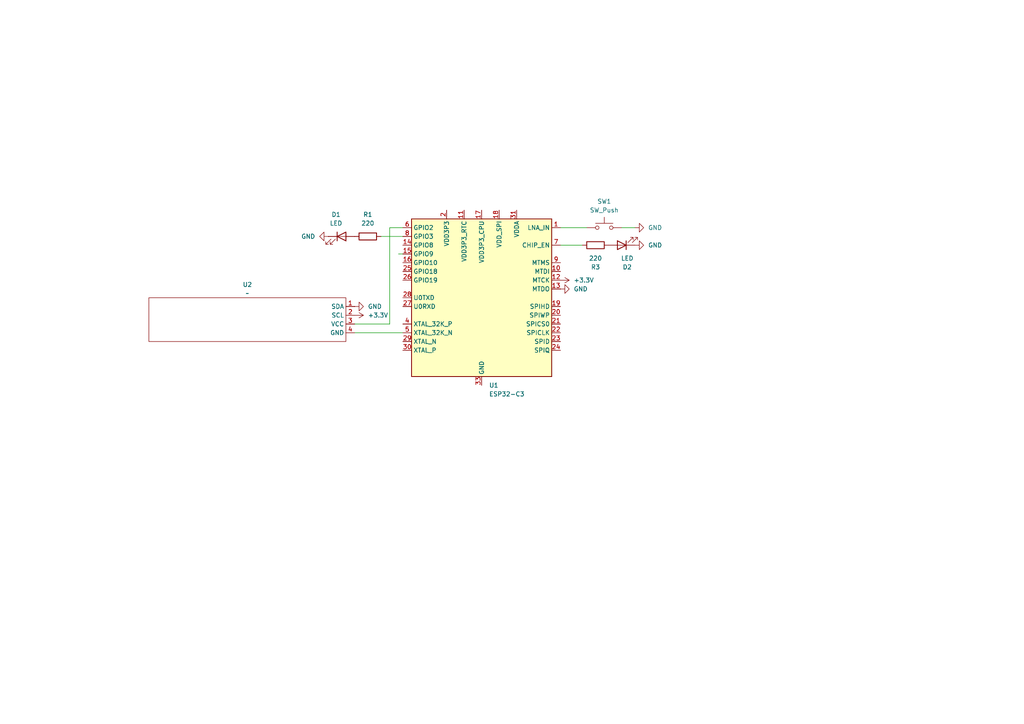
<source format=kicad_sch>
(kicad_sch
	(version 20250114)
	(generator "eeschema")
	(generator_version "9.0")
	(uuid "c8901eaa-04ee-41e4-98fd-a9e74989a0d8")
	(paper "A4")
	(lib_symbols
		(symbol "Device:LED"
			(pin_numbers
				(hide yes)
			)
			(pin_names
				(offset 1.016)
				(hide yes)
			)
			(exclude_from_sim no)
			(in_bom yes)
			(on_board yes)
			(property "Reference" "D"
				(at 0 2.54 0)
				(effects
					(font
						(size 1.27 1.27)
					)
				)
			)
			(property "Value" "LED"
				(at 0 -2.54 0)
				(effects
					(font
						(size 1.27 1.27)
					)
				)
			)
			(property "Footprint" ""
				(at 0 0 0)
				(effects
					(font
						(size 1.27 1.27)
					)
					(hide yes)
				)
			)
			(property "Datasheet" "~"
				(at 0 0 0)
				(effects
					(font
						(size 1.27 1.27)
					)
					(hide yes)
				)
			)
			(property "Description" "Light emitting diode"
				(at 0 0 0)
				(effects
					(font
						(size 1.27 1.27)
					)
					(hide yes)
				)
			)
			(property "Sim.Pins" "1=K 2=A"
				(at 0 0 0)
				(effects
					(font
						(size 1.27 1.27)
					)
					(hide yes)
				)
			)
			(property "ki_keywords" "LED diode"
				(at 0 0 0)
				(effects
					(font
						(size 1.27 1.27)
					)
					(hide yes)
				)
			)
			(property "ki_fp_filters" "LED* LED_SMD:* LED_THT:*"
				(at 0 0 0)
				(effects
					(font
						(size 1.27 1.27)
					)
					(hide yes)
				)
			)
			(symbol "LED_0_1"
				(polyline
					(pts
						(xy -3.048 -0.762) (xy -4.572 -2.286) (xy -3.81 -2.286) (xy -4.572 -2.286) (xy -4.572 -1.524)
					)
					(stroke
						(width 0)
						(type default)
					)
					(fill
						(type none)
					)
				)
				(polyline
					(pts
						(xy -1.778 -0.762) (xy -3.302 -2.286) (xy -2.54 -2.286) (xy -3.302 -2.286) (xy -3.302 -1.524)
					)
					(stroke
						(width 0)
						(type default)
					)
					(fill
						(type none)
					)
				)
				(polyline
					(pts
						(xy -1.27 0) (xy 1.27 0)
					)
					(stroke
						(width 0)
						(type default)
					)
					(fill
						(type none)
					)
				)
				(polyline
					(pts
						(xy -1.27 -1.27) (xy -1.27 1.27)
					)
					(stroke
						(width 0.254)
						(type default)
					)
					(fill
						(type none)
					)
				)
				(polyline
					(pts
						(xy 1.27 -1.27) (xy 1.27 1.27) (xy -1.27 0) (xy 1.27 -1.27)
					)
					(stroke
						(width 0.254)
						(type default)
					)
					(fill
						(type none)
					)
				)
			)
			(symbol "LED_1_1"
				(pin passive line
					(at -3.81 0 0)
					(length 2.54)
					(name "K"
						(effects
							(font
								(size 1.27 1.27)
							)
						)
					)
					(number "1"
						(effects
							(font
								(size 1.27 1.27)
							)
						)
					)
				)
				(pin passive line
					(at 3.81 0 180)
					(length 2.54)
					(name "A"
						(effects
							(font
								(size 1.27 1.27)
							)
						)
					)
					(number "2"
						(effects
							(font
								(size 1.27 1.27)
							)
						)
					)
				)
			)
			(embedded_fonts no)
		)
		(symbol "Device:R"
			(pin_numbers
				(hide yes)
			)
			(pin_names
				(offset 0)
			)
			(exclude_from_sim no)
			(in_bom yes)
			(on_board yes)
			(property "Reference" "R"
				(at 2.032 0 90)
				(effects
					(font
						(size 1.27 1.27)
					)
				)
			)
			(property "Value" "R"
				(at 0 0 90)
				(effects
					(font
						(size 1.27 1.27)
					)
				)
			)
			(property "Footprint" ""
				(at -1.778 0 90)
				(effects
					(font
						(size 1.27 1.27)
					)
					(hide yes)
				)
			)
			(property "Datasheet" "~"
				(at 0 0 0)
				(effects
					(font
						(size 1.27 1.27)
					)
					(hide yes)
				)
			)
			(property "Description" "Resistor"
				(at 0 0 0)
				(effects
					(font
						(size 1.27 1.27)
					)
					(hide yes)
				)
			)
			(property "ki_keywords" "R res resistor"
				(at 0 0 0)
				(effects
					(font
						(size 1.27 1.27)
					)
					(hide yes)
				)
			)
			(property "ki_fp_filters" "R_*"
				(at 0 0 0)
				(effects
					(font
						(size 1.27 1.27)
					)
					(hide yes)
				)
			)
			(symbol "R_0_1"
				(rectangle
					(start -1.016 -2.54)
					(end 1.016 2.54)
					(stroke
						(width 0.254)
						(type default)
					)
					(fill
						(type none)
					)
				)
			)
			(symbol "R_1_1"
				(pin passive line
					(at 0 3.81 270)
					(length 1.27)
					(name "~"
						(effects
							(font
								(size 1.27 1.27)
							)
						)
					)
					(number "1"
						(effects
							(font
								(size 1.27 1.27)
							)
						)
					)
				)
				(pin passive line
					(at 0 -3.81 90)
					(length 1.27)
					(name "~"
						(effects
							(font
								(size 1.27 1.27)
							)
						)
					)
					(number "2"
						(effects
							(font
								(size 1.27 1.27)
							)
						)
					)
				)
			)
			(embedded_fonts no)
		)
		(symbol "Keychain_project:OLED_SSD1306_I2C"
			(exclude_from_sim no)
			(in_bom yes)
			(on_board yes)
			(property "Reference" "U"
				(at 0 0 0)
				(effects
					(font
						(size 1.27 1.27)
					)
				)
			)
			(property "Value" ""
				(at 0 0 0)
				(effects
					(font
						(size 1.27 1.27)
					)
				)
			)
			(property "Footprint" ""
				(at 0 0 0)
				(effects
					(font
						(size 1.27 1.27)
					)
					(hide yes)
				)
			)
			(property "Datasheet" ""
				(at 0 0 0)
				(effects
					(font
						(size 1.27 1.27)
					)
					(hide yes)
				)
			)
			(property "Description" ""
				(at 0 0 0)
				(effects
					(font
						(size 1.27 1.27)
					)
					(hide yes)
				)
			)
			(symbol "OLED_SSD1306_I2C_0_1"
				(rectangle
					(start -27.94 6.35)
					(end 29.21 -6.35)
					(stroke
						(width 0)
						(type default)
					)
					(fill
						(type none)
					)
				)
			)
			(symbol "OLED_SSD1306_I2C_1_1"
				(pin input line
					(at -30.48 3.81 0)
					(length 2.54)
					(name "SDA"
						(effects
							(font
								(size 1.27 1.27)
							)
						)
					)
					(number "1"
						(effects
							(font
								(size 1.27 1.27)
							)
						)
					)
				)
				(pin input line
					(at -30.48 1.27 0)
					(length 2.54)
					(name "SCL"
						(effects
							(font
								(size 1.27 1.27)
							)
						)
					)
					(number "2"
						(effects
							(font
								(size 1.27 1.27)
							)
						)
					)
				)
				(pin power_in line
					(at -30.48 -1.27 0)
					(length 2.54)
					(name "VCC"
						(effects
							(font
								(size 1.27 1.27)
							)
						)
					)
					(number "3"
						(effects
							(font
								(size 1.27 1.27)
							)
						)
					)
				)
				(pin power_in line
					(at -30.48 -3.81 0)
					(length 2.54)
					(name "GND"
						(effects
							(font
								(size 1.27 1.27)
							)
						)
					)
					(number "4"
						(effects
							(font
								(size 1.27 1.27)
							)
						)
					)
				)
			)
			(embedded_fonts no)
		)
		(symbol "MCU_Espressif:ESP32-C3"
			(exclude_from_sim no)
			(in_bom yes)
			(on_board yes)
			(property "Reference" "U"
				(at -17.272 23.876 0)
				(effects
					(font
						(size 1.27 1.27)
					)
				)
			)
			(property "Value" "ESP32-C3"
				(at 16.256 23.876 0)
				(effects
					(font
						(size 1.27 1.27)
					)
				)
			)
			(property "Footprint" "Package_DFN_QFN:QFN-32-1EP_5x5mm_P0.5mm_EP3.7x3.7mm"
				(at 0.508 0 0)
				(effects
					(font
						(size 1.27 1.27)
					)
					(hide yes)
				)
			)
			(property "Datasheet" "https://www.espressif.com/sites/default/files/documentation/esp32-c3_datasheet_en.pdf"
				(at 0.508 0 0)
				(effects
					(font
						(size 1.27 1.27)
					)
					(hide yes)
				)
			)
			(property "Description" "RF Module, ESP32 SoC, RISC-V, WiFi 802.11b/n/g, Bluetooth LE 5, QFN32"
				(at 0.508 0 0)
				(effects
					(font
						(size 1.27 1.27)
					)
					(hide yes)
				)
			)
			(property "ki_keywords" "WiFi BLE ESP32 Espressif"
				(at 0 0 0)
				(effects
					(font
						(size 1.27 1.27)
					)
					(hide yes)
				)
			)
			(property "ki_fp_filters" "QFN*1EP*5x5mm*P0.5mm*EP3.7x3.7mm*"
				(at 0 0 0)
				(effects
					(font
						(size 1.27 1.27)
					)
					(hide yes)
				)
			)
			(symbol "ESP32-C3_1_1"
				(rectangle
					(start -20.32 22.86)
					(end 20.32 -22.86)
					(stroke
						(width 0.254)
						(type default)
					)
					(fill
						(type background)
					)
				)
				(pin bidirectional line
					(at -22.86 20.32 0)
					(length 2.54)
					(name "GPIO2"
						(effects
							(font
								(size 1.27 1.27)
							)
						)
					)
					(number "6"
						(effects
							(font
								(size 1.27 1.27)
							)
						)
					)
				)
				(pin bidirectional line
					(at -22.86 17.78 0)
					(length 2.54)
					(name "GPIO3"
						(effects
							(font
								(size 1.27 1.27)
							)
						)
					)
					(number "8"
						(effects
							(font
								(size 1.27 1.27)
							)
						)
					)
				)
				(pin bidirectional line
					(at -22.86 15.24 0)
					(length 2.54)
					(name "GPIO8"
						(effects
							(font
								(size 1.27 1.27)
							)
						)
					)
					(number "14"
						(effects
							(font
								(size 1.27 1.27)
							)
						)
					)
				)
				(pin bidirectional line
					(at -22.86 12.7 0)
					(length 2.54)
					(name "GPIO9"
						(effects
							(font
								(size 1.27 1.27)
							)
						)
					)
					(number "15"
						(effects
							(font
								(size 1.27 1.27)
							)
						)
					)
				)
				(pin bidirectional line
					(at -22.86 10.16 0)
					(length 2.54)
					(name "GPIO10"
						(effects
							(font
								(size 1.27 1.27)
							)
						)
					)
					(number "16"
						(effects
							(font
								(size 1.27 1.27)
							)
						)
					)
				)
				(pin bidirectional line
					(at -22.86 7.62 0)
					(length 2.54)
					(name "GPIO18"
						(effects
							(font
								(size 1.27 1.27)
							)
						)
					)
					(number "25"
						(effects
							(font
								(size 1.27 1.27)
							)
						)
					)
				)
				(pin bidirectional line
					(at -22.86 5.08 0)
					(length 2.54)
					(name "GPIO19"
						(effects
							(font
								(size 1.27 1.27)
							)
						)
					)
					(number "26"
						(effects
							(font
								(size 1.27 1.27)
							)
						)
					)
				)
				(pin bidirectional line
					(at -22.86 0 0)
					(length 2.54)
					(name "U0TXD"
						(effects
							(font
								(size 1.27 1.27)
							)
						)
					)
					(number "28"
						(effects
							(font
								(size 1.27 1.27)
							)
						)
					)
				)
				(pin bidirectional line
					(at -22.86 -2.54 0)
					(length 2.54)
					(name "U0RXD"
						(effects
							(font
								(size 1.27 1.27)
							)
						)
					)
					(number "27"
						(effects
							(font
								(size 1.27 1.27)
							)
						)
					)
				)
				(pin bidirectional line
					(at -22.86 -7.62 0)
					(length 2.54)
					(name "XTAL_32K_P"
						(effects
							(font
								(size 1.27 1.27)
							)
						)
					)
					(number "4"
						(effects
							(font
								(size 1.27 1.27)
							)
						)
					)
				)
				(pin bidirectional line
					(at -22.86 -10.16 0)
					(length 2.54)
					(name "XTAL_32K_N"
						(effects
							(font
								(size 1.27 1.27)
							)
						)
					)
					(number "5"
						(effects
							(font
								(size 1.27 1.27)
							)
						)
					)
				)
				(pin bidirectional line
					(at -22.86 -12.7 0)
					(length 2.54)
					(name "XTAL_N"
						(effects
							(font
								(size 1.27 1.27)
							)
						)
					)
					(number "29"
						(effects
							(font
								(size 1.27 1.27)
							)
						)
					)
				)
				(pin bidirectional line
					(at -22.86 -15.24 0)
					(length 2.54)
					(name "XTAL_P"
						(effects
							(font
								(size 1.27 1.27)
							)
						)
					)
					(number "30"
						(effects
							(font
								(size 1.27 1.27)
							)
						)
					)
				)
				(pin power_in line
					(at -10.16 25.4 270)
					(length 2.54)
					(name "VDD3P3"
						(effects
							(font
								(size 1.27 1.27)
							)
						)
					)
					(number "2"
						(effects
							(font
								(size 1.27 1.27)
							)
						)
					)
				)
				(pin passive line
					(at -10.16 25.4 270)
					(length 2.54)
					(hide yes)
					(name "VDD3P3"
						(effects
							(font
								(size 1.27 1.27)
							)
						)
					)
					(number "3"
						(effects
							(font
								(size 1.27 1.27)
							)
						)
					)
				)
				(pin power_in line
					(at -5.08 25.4 270)
					(length 2.54)
					(name "VDD3P3_RTC"
						(effects
							(font
								(size 1.27 1.27)
							)
						)
					)
					(number "11"
						(effects
							(font
								(size 1.27 1.27)
							)
						)
					)
				)
				(pin power_in line
					(at 0 25.4 270)
					(length 2.54)
					(name "VDD3P3_CPU"
						(effects
							(font
								(size 1.27 1.27)
							)
						)
					)
					(number "17"
						(effects
							(font
								(size 1.27 1.27)
							)
						)
					)
				)
				(pin power_in line
					(at 0 -25.4 90)
					(length 2.54)
					(name "GND"
						(effects
							(font
								(size 1.27 1.27)
							)
						)
					)
					(number "33"
						(effects
							(font
								(size 1.27 1.27)
							)
						)
					)
				)
				(pin power_out line
					(at 5.08 25.4 270)
					(length 2.54)
					(name "VDD_SPI"
						(effects
							(font
								(size 1.27 1.27)
							)
						)
					)
					(number "18"
						(effects
							(font
								(size 1.27 1.27)
							)
						)
					)
				)
				(pin power_in line
					(at 10.16 25.4 270)
					(length 2.54)
					(name "VDDA"
						(effects
							(font
								(size 1.27 1.27)
							)
						)
					)
					(number "31"
						(effects
							(font
								(size 1.27 1.27)
							)
						)
					)
				)
				(pin passive line
					(at 10.16 25.4 270)
					(length 2.54)
					(hide yes)
					(name "VDDA"
						(effects
							(font
								(size 1.27 1.27)
							)
						)
					)
					(number "32"
						(effects
							(font
								(size 1.27 1.27)
							)
						)
					)
				)
				(pin bidirectional line
					(at 22.86 20.32 180)
					(length 2.54)
					(name "LNA_IN"
						(effects
							(font
								(size 1.27 1.27)
							)
						)
					)
					(number "1"
						(effects
							(font
								(size 1.27 1.27)
							)
						)
					)
				)
				(pin bidirectional line
					(at 22.86 15.24 180)
					(length 2.54)
					(name "CHIP_EN"
						(effects
							(font
								(size 1.27 1.27)
							)
						)
					)
					(number "7"
						(effects
							(font
								(size 1.27 1.27)
							)
						)
					)
				)
				(pin bidirectional line
					(at 22.86 10.16 180)
					(length 2.54)
					(name "MTMS"
						(effects
							(font
								(size 1.27 1.27)
							)
						)
					)
					(number "9"
						(effects
							(font
								(size 1.27 1.27)
							)
						)
					)
				)
				(pin bidirectional line
					(at 22.86 7.62 180)
					(length 2.54)
					(name "MTDI"
						(effects
							(font
								(size 1.27 1.27)
							)
						)
					)
					(number "10"
						(effects
							(font
								(size 1.27 1.27)
							)
						)
					)
				)
				(pin bidirectional line
					(at 22.86 5.08 180)
					(length 2.54)
					(name "MTCK"
						(effects
							(font
								(size 1.27 1.27)
							)
						)
					)
					(number "12"
						(effects
							(font
								(size 1.27 1.27)
							)
						)
					)
				)
				(pin bidirectional line
					(at 22.86 2.54 180)
					(length 2.54)
					(name "MTDO"
						(effects
							(font
								(size 1.27 1.27)
							)
						)
					)
					(number "13"
						(effects
							(font
								(size 1.27 1.27)
							)
						)
					)
				)
				(pin bidirectional line
					(at 22.86 -2.54 180)
					(length 2.54)
					(name "SPIHD"
						(effects
							(font
								(size 1.27 1.27)
							)
						)
					)
					(number "19"
						(effects
							(font
								(size 1.27 1.27)
							)
						)
					)
				)
				(pin bidirectional line
					(at 22.86 -5.08 180)
					(length 2.54)
					(name "SPIWP"
						(effects
							(font
								(size 1.27 1.27)
							)
						)
					)
					(number "20"
						(effects
							(font
								(size 1.27 1.27)
							)
						)
					)
				)
				(pin bidirectional line
					(at 22.86 -7.62 180)
					(length 2.54)
					(name "SPICS0"
						(effects
							(font
								(size 1.27 1.27)
							)
						)
					)
					(number "21"
						(effects
							(font
								(size 1.27 1.27)
							)
						)
					)
				)
				(pin bidirectional line
					(at 22.86 -10.16 180)
					(length 2.54)
					(name "SPICLK"
						(effects
							(font
								(size 1.27 1.27)
							)
						)
					)
					(number "22"
						(effects
							(font
								(size 1.27 1.27)
							)
						)
					)
				)
				(pin bidirectional line
					(at 22.86 -12.7 180)
					(length 2.54)
					(name "SPID"
						(effects
							(font
								(size 1.27 1.27)
							)
						)
					)
					(number "23"
						(effects
							(font
								(size 1.27 1.27)
							)
						)
					)
				)
				(pin bidirectional line
					(at 22.86 -15.24 180)
					(length 2.54)
					(name "SPIQ"
						(effects
							(font
								(size 1.27 1.27)
							)
						)
					)
					(number "24"
						(effects
							(font
								(size 1.27 1.27)
							)
						)
					)
				)
			)
			(embedded_fonts no)
		)
		(symbol "Switch:SW_Push"
			(pin_numbers
				(hide yes)
			)
			(pin_names
				(offset 1.016)
				(hide yes)
			)
			(exclude_from_sim no)
			(in_bom yes)
			(on_board yes)
			(property "Reference" "SW"
				(at 1.27 2.54 0)
				(effects
					(font
						(size 1.27 1.27)
					)
					(justify left)
				)
			)
			(property "Value" "SW_Push"
				(at 0 -1.524 0)
				(effects
					(font
						(size 1.27 1.27)
					)
				)
			)
			(property "Footprint" ""
				(at 0 5.08 0)
				(effects
					(font
						(size 1.27 1.27)
					)
					(hide yes)
				)
			)
			(property "Datasheet" "~"
				(at 0 5.08 0)
				(effects
					(font
						(size 1.27 1.27)
					)
					(hide yes)
				)
			)
			(property "Description" "Push button switch, generic, two pins"
				(at 0 0 0)
				(effects
					(font
						(size 1.27 1.27)
					)
					(hide yes)
				)
			)
			(property "ki_keywords" "switch normally-open pushbutton push-button"
				(at 0 0 0)
				(effects
					(font
						(size 1.27 1.27)
					)
					(hide yes)
				)
			)
			(symbol "SW_Push_0_1"
				(circle
					(center -2.032 0)
					(radius 0.508)
					(stroke
						(width 0)
						(type default)
					)
					(fill
						(type none)
					)
				)
				(polyline
					(pts
						(xy 0 1.27) (xy 0 3.048)
					)
					(stroke
						(width 0)
						(type default)
					)
					(fill
						(type none)
					)
				)
				(circle
					(center 2.032 0)
					(radius 0.508)
					(stroke
						(width 0)
						(type default)
					)
					(fill
						(type none)
					)
				)
				(polyline
					(pts
						(xy 2.54 1.27) (xy -2.54 1.27)
					)
					(stroke
						(width 0)
						(type default)
					)
					(fill
						(type none)
					)
				)
				(pin passive line
					(at -5.08 0 0)
					(length 2.54)
					(name "1"
						(effects
							(font
								(size 1.27 1.27)
							)
						)
					)
					(number "1"
						(effects
							(font
								(size 1.27 1.27)
							)
						)
					)
				)
				(pin passive line
					(at 5.08 0 180)
					(length 2.54)
					(name "2"
						(effects
							(font
								(size 1.27 1.27)
							)
						)
					)
					(number "2"
						(effects
							(font
								(size 1.27 1.27)
							)
						)
					)
				)
			)
			(embedded_fonts no)
		)
		(symbol "power:+3.3V"
			(power)
			(pin_numbers
				(hide yes)
			)
			(pin_names
				(offset 0)
				(hide yes)
			)
			(exclude_from_sim no)
			(in_bom yes)
			(on_board yes)
			(property "Reference" "#PWR"
				(at 0 -3.81 0)
				(effects
					(font
						(size 1.27 1.27)
					)
					(hide yes)
				)
			)
			(property "Value" "+3.3V"
				(at 0 3.556 0)
				(effects
					(font
						(size 1.27 1.27)
					)
				)
			)
			(property "Footprint" ""
				(at 0 0 0)
				(effects
					(font
						(size 1.27 1.27)
					)
					(hide yes)
				)
			)
			(property "Datasheet" ""
				(at 0 0 0)
				(effects
					(font
						(size 1.27 1.27)
					)
					(hide yes)
				)
			)
			(property "Description" "Power symbol creates a global label with name \"+3.3V\""
				(at 0 0 0)
				(effects
					(font
						(size 1.27 1.27)
					)
					(hide yes)
				)
			)
			(property "ki_keywords" "global power"
				(at 0 0 0)
				(effects
					(font
						(size 1.27 1.27)
					)
					(hide yes)
				)
			)
			(symbol "+3.3V_0_1"
				(polyline
					(pts
						(xy -0.762 1.27) (xy 0 2.54)
					)
					(stroke
						(width 0)
						(type default)
					)
					(fill
						(type none)
					)
				)
				(polyline
					(pts
						(xy 0 2.54) (xy 0.762 1.27)
					)
					(stroke
						(width 0)
						(type default)
					)
					(fill
						(type none)
					)
				)
				(polyline
					(pts
						(xy 0 0) (xy 0 2.54)
					)
					(stroke
						(width 0)
						(type default)
					)
					(fill
						(type none)
					)
				)
			)
			(symbol "+3.3V_1_1"
				(pin power_in line
					(at 0 0 90)
					(length 0)
					(name "~"
						(effects
							(font
								(size 1.27 1.27)
							)
						)
					)
					(number "1"
						(effects
							(font
								(size 1.27 1.27)
							)
						)
					)
				)
			)
			(embedded_fonts no)
		)
		(symbol "power:GND"
			(power)
			(pin_numbers
				(hide yes)
			)
			(pin_names
				(offset 0)
				(hide yes)
			)
			(exclude_from_sim no)
			(in_bom yes)
			(on_board yes)
			(property "Reference" "#PWR"
				(at 0 -6.35 0)
				(effects
					(font
						(size 1.27 1.27)
					)
					(hide yes)
				)
			)
			(property "Value" "GND"
				(at 0 -3.81 0)
				(effects
					(font
						(size 1.27 1.27)
					)
				)
			)
			(property "Footprint" ""
				(at 0 0 0)
				(effects
					(font
						(size 1.27 1.27)
					)
					(hide yes)
				)
			)
			(property "Datasheet" ""
				(at 0 0 0)
				(effects
					(font
						(size 1.27 1.27)
					)
					(hide yes)
				)
			)
			(property "Description" "Power symbol creates a global label with name \"GND\" , ground"
				(at 0 0 0)
				(effects
					(font
						(size 1.27 1.27)
					)
					(hide yes)
				)
			)
			(property "ki_keywords" "global power"
				(at 0 0 0)
				(effects
					(font
						(size 1.27 1.27)
					)
					(hide yes)
				)
			)
			(symbol "GND_0_1"
				(polyline
					(pts
						(xy 0 0) (xy 0 -1.27) (xy 1.27 -1.27) (xy 0 -2.54) (xy -1.27 -1.27) (xy 0 -1.27)
					)
					(stroke
						(width 0)
						(type default)
					)
					(fill
						(type none)
					)
				)
			)
			(symbol "GND_1_1"
				(pin power_in line
					(at 0 0 270)
					(length 0)
					(name "~"
						(effects
							(font
								(size 1.27 1.27)
							)
						)
					)
					(number "1"
						(effects
							(font
								(size 1.27 1.27)
							)
						)
					)
				)
			)
			(embedded_fonts no)
		)
	)
	(wire
		(pts
			(xy 116.84 68.58) (xy 110.49 68.58)
		)
		(stroke
			(width 0)
			(type default)
		)
		(uuid "14fe14ae-127f-47d3-8b79-f508cb19b168")
	)
	(wire
		(pts
			(xy 184.15 66.04) (xy 180.34 66.04)
		)
		(stroke
			(width 0)
			(type default)
		)
		(uuid "182fad40-1ca2-44be-ad75-5794deec54b1")
	)
	(wire
		(pts
			(xy 102.87 96.52) (xy 116.84 96.52)
		)
		(stroke
			(width 0)
			(type default)
		)
		(uuid "1bd9abbd-457d-4bd8-a4a2-381754c7d96d")
	)
	(wire
		(pts
			(xy 113.03 93.98) (xy 102.87 93.98)
		)
		(stroke
			(width 0)
			(type default)
		)
		(uuid "22441bcb-9d76-4071-baaa-ecf4ab958fe2")
	)
	(wire
		(pts
			(xy 113.03 66.04) (xy 113.03 93.98)
		)
		(stroke
			(width 0)
			(type default)
		)
		(uuid "6857ceb2-69d1-41ae-9f8c-1ffb28e8c2bd")
	)
	(wire
		(pts
			(xy 113.03 66.04) (xy 116.84 66.04)
		)
		(stroke
			(width 0)
			(type default)
		)
		(uuid "99d1786f-14c8-44a5-9147-59741a755f63")
	)
	(wire
		(pts
			(xy 162.56 71.12) (xy 168.91 71.12)
		)
		(stroke
			(width 0)
			(type default)
		)
		(uuid "c1c84be1-3d2c-470b-b501-3db501aacc32")
	)
	(wire
		(pts
			(xy 170.18 66.04) (xy 162.56 66.04)
		)
		(stroke
			(width 0)
			(type default)
		)
		(uuid "e160ad8a-fdc6-443f-8837-277d8f1a60d2")
	)
	(wire
		(pts
			(xy 115.57 73.66) (xy 116.84 73.66)
		)
		(stroke
			(width 0)
			(type default)
		)
		(uuid "f600c3a8-ff76-4d7f-8721-a0c148ff06da")
	)
	(symbol
		(lib_id "Device:LED")
		(at 99.06 68.58 0)
		(unit 1)
		(exclude_from_sim no)
		(in_bom yes)
		(on_board yes)
		(dnp no)
		(fields_autoplaced yes)
		(uuid "04e717bc-2594-4f82-853d-c2b8a51ec20c")
		(property "Reference" "D1"
			(at 97.4725 62.23 0)
			(effects
				(font
					(size 1.27 1.27)
				)
			)
		)
		(property "Value" "LED"
			(at 97.4725 64.77 0)
			(effects
				(font
					(size 1.27 1.27)
				)
			)
		)
		(property "Footprint" "LED_SMD:LED_0201_0603Metric_Pad0.64x0.40mm_HandSolder"
			(at 99.06 68.58 0)
			(effects
				(font
					(size 1.27 1.27)
				)
				(hide yes)
			)
		)
		(property "Datasheet" "~"
			(at 99.06 68.58 0)
			(effects
				(font
					(size 1.27 1.27)
				)
				(hide yes)
			)
		)
		(property "Description" "Light emitting diode"
			(at 99.06 68.58 0)
			(effects
				(font
					(size 1.27 1.27)
				)
				(hide yes)
			)
		)
		(property "Sim.Pins" "1=K 2=A"
			(at 99.06 68.58 0)
			(effects
				(font
					(size 1.27 1.27)
				)
				(hide yes)
			)
		)
		(pin "2"
			(uuid "e0378a4e-a984-4a26-b17f-6ab35dba52a8")
		)
		(pin "1"
			(uuid "0f459a6e-cb86-4999-8993-752387b78a8f")
		)
		(instances
			(project ""
				(path "/c8901eaa-04ee-41e4-98fd-a9e74989a0d8"
					(reference "D1")
					(unit 1)
				)
			)
		)
	)
	(symbol
		(lib_id "MCU_Espressif:ESP32-C3")
		(at 139.7 86.36 0)
		(unit 1)
		(exclude_from_sim no)
		(in_bom yes)
		(on_board yes)
		(dnp no)
		(fields_autoplaced yes)
		(uuid "1ea3ef4c-928b-4bf5-b192-279f4e2fe51b")
		(property "Reference" "U1"
			(at 141.8433 111.76 0)
			(effects
				(font
					(size 1.27 1.27)
				)
				(justify left)
			)
		)
		(property "Value" "ESP32-C3"
			(at 141.8433 114.3 0)
			(effects
				(font
					(size 1.27 1.27)
				)
				(justify left)
			)
		)
		(property "Footprint" "personalmodules:MODULE_113991054"
			(at 140.208 86.36 0)
			(effects
				(font
					(size 1.27 1.27)
				)
				(hide yes)
			)
		)
		(property "Datasheet" "https://www.espressif.com/sites/default/files/documentation/esp32-c3_datasheet_en.pdf"
			(at 140.208 86.36 0)
			(effects
				(font
					(size 1.27 1.27)
				)
				(hide yes)
			)
		)
		(property "Description" "RF Module, ESP32 SoC, RISC-V, WiFi 802.11b/n/g, Bluetooth LE 5, QFN32"
			(at 140.208 86.36 0)
			(effects
				(font
					(size 1.27 1.27)
				)
				(hide yes)
			)
		)
		(pin "11"
			(uuid "4a8baadd-bac0-4513-b9fa-0fc8b7864a26")
		)
		(pin "14"
			(uuid "68c71b77-587e-42c2-b628-de6dcb1ce357")
		)
		(pin "6"
			(uuid "4b6c0ce9-dad0-470c-bc25-a86e61d085fa")
		)
		(pin "5"
			(uuid "4fc64fc2-b0dc-46bf-88c0-f6b7b1259957")
		)
		(pin "7"
			(uuid "963eb993-97fd-46a7-b6e3-a4a8615a9e5b")
		)
		(pin "10"
			(uuid "07fa0794-dc1b-443f-bb51-aa8e281cf5fa")
		)
		(pin "16"
			(uuid "44c9b874-921b-4fa3-807b-49d9f6240220")
		)
		(pin "32"
			(uuid "ebd319d7-6127-467e-bfd8-f108c9d15f43")
		)
		(pin "8"
			(uuid "559c0976-404f-4e09-92ce-c2aeed7dfd7a")
		)
		(pin "15"
			(uuid "94246e7e-9ac9-47e3-8c01-71a3b7ea4d37")
		)
		(pin "24"
			(uuid "fcf6b49e-d07b-434b-8de5-adb4311a8fb1")
		)
		(pin "28"
			(uuid "1e17a6bf-02bd-4655-b8c7-27d39461b3ee")
		)
		(pin "2"
			(uuid "889a00d0-05bf-45f9-8703-7a120282aeb8")
		)
		(pin "25"
			(uuid "f9943e84-01a4-48a0-aca6-b3a0638df27b")
		)
		(pin "26"
			(uuid "9ea11d25-b2ee-4d66-9aec-42b5fd5e0554")
		)
		(pin "29"
			(uuid "f2700e48-f8e3-48bd-b1d5-ba437550fe7b")
		)
		(pin "27"
			(uuid "54390716-ded0-4993-b250-b73519d86859")
		)
		(pin "4"
			(uuid "b4acabf8-2106-4415-b1e6-414afacb24ed")
		)
		(pin "30"
			(uuid "c0ceb985-9161-43f0-a290-bd21ec0eda89")
		)
		(pin "3"
			(uuid "deb69d86-0f76-4557-98dd-9a9fee5b363e")
		)
		(pin "33"
			(uuid "f705682f-6e7d-4e51-9044-1a3bac8ef9cd")
		)
		(pin "18"
			(uuid "d3458666-6edb-4943-970d-4f74969be2f9")
		)
		(pin "31"
			(uuid "e594eba9-5459-4134-b66d-e2f6b701769c")
		)
		(pin "1"
			(uuid "b84ed638-485c-4380-8a2d-dfd4942cbc28")
		)
		(pin "17"
			(uuid "dffbeed7-dc42-4edc-8af6-ee3bb5c5a269")
		)
		(pin "9"
			(uuid "ea57610c-8aa4-4111-8631-142fc3c2f568")
		)
		(pin "12"
			(uuid "7f3090df-d117-4b22-9013-18d4b7633108")
		)
		(pin "13"
			(uuid "446f87e1-6dbd-4182-a9e9-bc69aff8ec41")
		)
		(pin "19"
			(uuid "5fb51f4a-36d4-43ef-9371-610584493f8f")
		)
		(pin "20"
			(uuid "ef2643a3-e696-4015-b3b6-a56b471c143c")
		)
		(pin "21"
			(uuid "3dc59380-e290-4d72-9c80-3bf2019c7442")
		)
		(pin "22"
			(uuid "845f164f-7661-4c90-82ea-d3aa202def67")
		)
		(pin "23"
			(uuid "60081f3d-d6d1-4a95-b871-de0a53441b10")
		)
		(instances
			(project ""
				(path "/c8901eaa-04ee-41e4-98fd-a9e74989a0d8"
					(reference "U1")
					(unit 1)
				)
			)
		)
	)
	(symbol
		(lib_id "power:+3.3V")
		(at 102.87 91.44 270)
		(mirror x)
		(unit 1)
		(exclude_from_sim no)
		(in_bom yes)
		(on_board yes)
		(dnp no)
		(fields_autoplaced yes)
		(uuid "3e9440cf-dcd7-4407-b021-dc496df9de4a")
		(property "Reference" "#PWR08"
			(at 99.06 91.44 0)
			(effects
				(font
					(size 1.27 1.27)
				)
				(hide yes)
			)
		)
		(property "Value" "+3.3V"
			(at 106.68 91.4399 90)
			(effects
				(font
					(size 1.27 1.27)
				)
				(justify left)
			)
		)
		(property "Footprint" ""
			(at 102.87 91.44 0)
			(effects
				(font
					(size 1.27 1.27)
				)
				(hide yes)
			)
		)
		(property "Datasheet" ""
			(at 102.87 91.44 0)
			(effects
				(font
					(size 1.27 1.27)
				)
				(hide yes)
			)
		)
		(property "Description" "Power symbol creates a global label with name \"+3.3V\""
			(at 102.87 91.44 0)
			(effects
				(font
					(size 1.27 1.27)
				)
				(hide yes)
			)
		)
		(pin "1"
			(uuid "bc071b5b-45a4-4955-9581-59f693c9d753")
		)
		(instances
			(project ""
				(path "/c8901eaa-04ee-41e4-98fd-a9e74989a0d8"
					(reference "#PWR08")
					(unit 1)
				)
			)
		)
	)
	(symbol
		(lib_id "power:GND")
		(at 162.56 83.82 90)
		(unit 1)
		(exclude_from_sim no)
		(in_bom yes)
		(on_board yes)
		(dnp no)
		(fields_autoplaced yes)
		(uuid "40bf5394-5e71-4730-a05a-8ddfc998c8b3")
		(property "Reference" "#PWR01"
			(at 168.91 83.82 0)
			(effects
				(font
					(size 1.27 1.27)
				)
				(hide yes)
			)
		)
		(property "Value" "GND"
			(at 166.37 83.8199 90)
			(effects
				(font
					(size 1.27 1.27)
				)
				(justify right)
			)
		)
		(property "Footprint" ""
			(at 162.56 83.82 0)
			(effects
				(font
					(size 1.27 1.27)
				)
				(hide yes)
			)
		)
		(property "Datasheet" ""
			(at 162.56 83.82 0)
			(effects
				(font
					(size 1.27 1.27)
				)
				(hide yes)
			)
		)
		(property "Description" "Power symbol creates a global label with name \"GND\" , ground"
			(at 162.56 83.82 0)
			(effects
				(font
					(size 1.27 1.27)
				)
				(hide yes)
			)
		)
		(pin "1"
			(uuid "70e4d7d9-3c82-4cb6-8863-c77a0e8d66ff")
		)
		(instances
			(project ""
				(path "/c8901eaa-04ee-41e4-98fd-a9e74989a0d8"
					(reference "#PWR01")
					(unit 1)
				)
			)
		)
	)
	(symbol
		(lib_id "power:+3.3V")
		(at 162.56 81.28 270)
		(unit 1)
		(exclude_from_sim no)
		(in_bom yes)
		(on_board yes)
		(dnp no)
		(fields_autoplaced yes)
		(uuid "63352d5a-6d16-48af-8065-eb041907294e")
		(property "Reference" "#PWR03"
			(at 158.75 81.28 0)
			(effects
				(font
					(size 1.27 1.27)
				)
				(hide yes)
			)
		)
		(property "Value" "+3.3V"
			(at 166.37 81.2799 90)
			(effects
				(font
					(size 1.27 1.27)
				)
				(justify left)
			)
		)
		(property "Footprint" ""
			(at 162.56 81.28 0)
			(effects
				(font
					(size 1.27 1.27)
				)
				(hide yes)
			)
		)
		(property "Datasheet" ""
			(at 162.56 81.28 0)
			(effects
				(font
					(size 1.27 1.27)
				)
				(hide yes)
			)
		)
		(property "Description" "Power symbol creates a global label with name \"+3.3V\""
			(at 162.56 81.28 0)
			(effects
				(font
					(size 1.27 1.27)
				)
				(hide yes)
			)
		)
		(pin "1"
			(uuid "6e698211-62d6-43df-b70e-17fc32ccc2d6")
		)
		(instances
			(project ""
				(path "/c8901eaa-04ee-41e4-98fd-a9e74989a0d8"
					(reference "#PWR03")
					(unit 1)
				)
			)
		)
	)
	(symbol
		(lib_id "power:GND")
		(at 184.15 71.12 90)
		(unit 1)
		(exclude_from_sim no)
		(in_bom yes)
		(on_board yes)
		(dnp no)
		(fields_autoplaced yes)
		(uuid "63538dc2-dc2c-4e88-83aa-6085f952dc90")
		(property "Reference" "#PWR011"
			(at 190.5 71.12 0)
			(effects
				(font
					(size 1.27 1.27)
				)
				(hide yes)
			)
		)
		(property "Value" "GND"
			(at 187.96 71.1201 90)
			(effects
				(font
					(size 1.27 1.27)
				)
				(justify right)
			)
		)
		(property "Footprint" ""
			(at 184.15 71.12 0)
			(effects
				(font
					(size 1.27 1.27)
				)
				(hide yes)
			)
		)
		(property "Datasheet" ""
			(at 184.15 71.12 0)
			(effects
				(font
					(size 1.27 1.27)
				)
				(hide yes)
			)
		)
		(property "Description" "Power symbol creates a global label with name \"GND\" , ground"
			(at 184.15 71.12 0)
			(effects
				(font
					(size 1.27 1.27)
				)
				(hide yes)
			)
		)
		(pin "1"
			(uuid "e4a37183-6382-4524-87b5-607ac305452d")
		)
		(instances
			(project ""
				(path "/c8901eaa-04ee-41e4-98fd-a9e74989a0d8"
					(reference "#PWR011")
					(unit 1)
				)
			)
		)
	)
	(symbol
		(lib_id "Device:R")
		(at 106.68 68.58 270)
		(unit 1)
		(exclude_from_sim no)
		(in_bom yes)
		(on_board yes)
		(dnp no)
		(fields_autoplaced yes)
		(uuid "a22fe946-34de-4815-b6b6-1bfc03e1042d")
		(property "Reference" "R1"
			(at 106.68 62.23 90)
			(effects
				(font
					(size 1.27 1.27)
				)
			)
		)
		(property "Value" "220"
			(at 106.68 64.77 90)
			(effects
				(font
					(size 1.27 1.27)
				)
			)
		)
		(property "Footprint" "Resistor_SMD:R_0201_0603Metric_Pad0.64x0.40mm_HandSolder"
			(at 106.68 66.802 90)
			(effects
				(font
					(size 1.27 1.27)
				)
				(hide yes)
			)
		)
		(property "Datasheet" "~"
			(at 106.68 68.58 0)
			(effects
				(font
					(size 1.27 1.27)
				)
				(hide yes)
			)
		)
		(property "Description" "Resistor"
			(at 106.68 68.58 0)
			(effects
				(font
					(size 1.27 1.27)
				)
				(hide yes)
			)
		)
		(pin "2"
			(uuid "3212a7b0-200e-4443-8cc9-74fcb9a6c951")
		)
		(pin "1"
			(uuid "1d74a172-a77d-4fc2-8f3f-52276b655497")
		)
		(instances
			(project ""
				(path "/c8901eaa-04ee-41e4-98fd-a9e74989a0d8"
					(reference "R1")
					(unit 1)
				)
			)
		)
	)
	(symbol
		(lib_id "Keychain_project:OLED_SSD1306_I2C")
		(at 72.39 92.71 0)
		(mirror y)
		(unit 1)
		(exclude_from_sim no)
		(in_bom yes)
		(on_board yes)
		(dnp no)
		(fields_autoplaced yes)
		(uuid "a46e740a-cd83-4a33-837c-6e6b19a208ca")
		(property "Reference" "U2"
			(at 71.755 82.55 0)
			(effects
				(font
					(size 1.27 1.27)
				)
			)
		)
		(property "Value" "~"
			(at 71.755 85.09 0)
			(effects
				(font
					(size 1.27 1.27)
				)
			)
		)
		(property "Footprint" "personalmodules:SSD1306-0.91-OLED-4pin-128x32 (REVERSED)"
			(at 72.39 92.71 0)
			(effects
				(font
					(size 1.27 1.27)
				)
				(hide yes)
			)
		)
		(property "Datasheet" ""
			(at 72.39 92.71 0)
			(effects
				(font
					(size 1.27 1.27)
				)
				(hide yes)
			)
		)
		(property "Description" ""
			(at 72.39 92.71 0)
			(effects
				(font
					(size 1.27 1.27)
				)
				(hide yes)
			)
		)
		(pin "1"
			(uuid "947d1457-5519-46fe-b3bf-151ffd1d9894")
		)
		(pin "3"
			(uuid "4bce82b7-2445-4fc8-8d81-f30236112ff5")
		)
		(pin "4"
			(uuid "65b6d59a-8e2c-4a11-8b56-957b6cbfaefe")
		)
		(pin "2"
			(uuid "626cab28-e26f-4767-940b-3d4a31bbbd1f")
		)
		(instances
			(project ""
				(path "/c8901eaa-04ee-41e4-98fd-a9e74989a0d8"
					(reference "U2")
					(unit 1)
				)
			)
		)
	)
	(symbol
		(lib_id "power:GND")
		(at 184.15 66.04 90)
		(mirror x)
		(unit 1)
		(exclude_from_sim no)
		(in_bom yes)
		(on_board yes)
		(dnp no)
		(fields_autoplaced yes)
		(uuid "a5ea7bb1-1f88-4521-be30-8d0873e34cce")
		(property "Reference" "#PWR02"
			(at 190.5 66.04 0)
			(effects
				(font
					(size 1.27 1.27)
				)
				(hide yes)
			)
		)
		(property "Value" "GND"
			(at 187.96 66.0399 90)
			(effects
				(font
					(size 1.27 1.27)
				)
				(justify right)
			)
		)
		(property "Footprint" ""
			(at 184.15 66.04 0)
			(effects
				(font
					(size 1.27 1.27)
				)
				(hide yes)
			)
		)
		(property "Datasheet" ""
			(at 184.15 66.04 0)
			(effects
				(font
					(size 1.27 1.27)
				)
				(hide yes)
			)
		)
		(property "Description" "Power symbol creates a global label with name \"GND\" , ground"
			(at 184.15 66.04 0)
			(effects
				(font
					(size 1.27 1.27)
				)
				(hide yes)
			)
		)
		(pin "1"
			(uuid "b585d649-4ef7-42c1-a986-9f76119c7a72")
		)
		(instances
			(project ""
				(path "/c8901eaa-04ee-41e4-98fd-a9e74989a0d8"
					(reference "#PWR02")
					(unit 1)
				)
			)
		)
	)
	(symbol
		(lib_id "power:GND")
		(at 102.87 88.9 90)
		(mirror x)
		(unit 1)
		(exclude_from_sim no)
		(in_bom yes)
		(on_board yes)
		(dnp no)
		(fields_autoplaced yes)
		(uuid "b2bb7fe5-38bd-415b-94d7-e2fe014a564b")
		(property "Reference" "#PWR09"
			(at 109.22 88.9 0)
			(effects
				(font
					(size 1.27 1.27)
				)
				(hide yes)
			)
		)
		(property "Value" "GND"
			(at 106.68 88.8999 90)
			(effects
				(font
					(size 1.27 1.27)
				)
				(justify right)
			)
		)
		(property "Footprint" ""
			(at 102.87 88.9 0)
			(effects
				(font
					(size 1.27 1.27)
				)
				(hide yes)
			)
		)
		(property "Datasheet" ""
			(at 102.87 88.9 0)
			(effects
				(font
					(size 1.27 1.27)
				)
				(hide yes)
			)
		)
		(property "Description" "Power symbol creates a global label with name \"GND\" , ground"
			(at 102.87 88.9 0)
			(effects
				(font
					(size 1.27 1.27)
				)
				(hide yes)
			)
		)
		(pin "1"
			(uuid "77d3fca5-f21b-485b-9778-875351ccc8c3")
		)
		(instances
			(project ""
				(path "/c8901eaa-04ee-41e4-98fd-a9e74989a0d8"
					(reference "#PWR09")
					(unit 1)
				)
			)
		)
	)
	(symbol
		(lib_id "Device:R")
		(at 172.72 71.12 270)
		(unit 1)
		(exclude_from_sim no)
		(in_bom yes)
		(on_board yes)
		(dnp no)
		(fields_autoplaced yes)
		(uuid "cab2ba34-4144-4619-aa2b-b6e348771a91")
		(property "Reference" "R3"
			(at 172.72 77.47 90)
			(effects
				(font
					(size 1.27 1.27)
				)
			)
		)
		(property "Value" "220"
			(at 172.72 74.93 90)
			(effects
				(font
					(size 1.27 1.27)
				)
			)
		)
		(property "Footprint" "Resistor_SMD:R_0201_0603Metric_Pad0.64x0.40mm_HandSolder"
			(at 172.72 69.342 90)
			(effects
				(font
					(size 1.27 1.27)
				)
				(hide yes)
			)
		)
		(property "Datasheet" "~"
			(at 172.72 71.12 0)
			(effects
				(font
					(size 1.27 1.27)
				)
				(hide yes)
			)
		)
		(property "Description" "Resistor"
			(at 172.72 71.12 0)
			(effects
				(font
					(size 1.27 1.27)
				)
				(hide yes)
			)
		)
		(pin "2"
			(uuid "24f59b97-c89f-4712-8a02-efd000ec6d9d")
		)
		(pin "1"
			(uuid "2bd00b9e-4895-4027-8ab2-70065ba02163")
		)
		(instances
			(project ""
				(path "/c8901eaa-04ee-41e4-98fd-a9e74989a0d8"
					(reference "R3")
					(unit 1)
				)
			)
		)
	)
	(symbol
		(lib_id "Device:LED")
		(at 180.34 71.12 180)
		(unit 1)
		(exclude_from_sim no)
		(in_bom yes)
		(on_board yes)
		(dnp no)
		(fields_autoplaced yes)
		(uuid "d4e3ba8a-7829-44c6-a480-d3be53091000")
		(property "Reference" "D2"
			(at 181.9275 77.47 0)
			(effects
				(font
					(size 1.27 1.27)
				)
			)
		)
		(property "Value" "LED"
			(at 181.9275 74.93 0)
			(effects
				(font
					(size 1.27 1.27)
				)
			)
		)
		(property "Footprint" "LED_SMD:LED_0201_0603Metric_Pad0.64x0.40mm_HandSolder"
			(at 180.34 71.12 0)
			(effects
				(font
					(size 1.27 1.27)
				)
				(hide yes)
			)
		)
		(property "Datasheet" "~"
			(at 180.34 71.12 0)
			(effects
				(font
					(size 1.27 1.27)
				)
				(hide yes)
			)
		)
		(property "Description" "Light emitting diode"
			(at 180.34 71.12 0)
			(effects
				(font
					(size 1.27 1.27)
				)
				(hide yes)
			)
		)
		(property "Sim.Pins" "1=K 2=A"
			(at 180.34 71.12 0)
			(effects
				(font
					(size 1.27 1.27)
				)
				(hide yes)
			)
		)
		(pin "1"
			(uuid "464d8eb0-424c-4bcf-af8b-605f1de45630")
		)
		(pin "2"
			(uuid "99090952-b9a3-431b-a969-2334ccda4f1d")
		)
		(instances
			(project ""
				(path "/c8901eaa-04ee-41e4-98fd-a9e74989a0d8"
					(reference "D2")
					(unit 1)
				)
			)
		)
	)
	(symbol
		(lib_id "Switch:SW_Push")
		(at 175.26 66.04 0)
		(mirror y)
		(unit 1)
		(exclude_from_sim no)
		(in_bom yes)
		(on_board yes)
		(dnp no)
		(fields_autoplaced yes)
		(uuid "f851977e-5c17-40b6-b13c-4242ed6cac0d")
		(property "Reference" "SW1"
			(at 175.26 58.42 0)
			(effects
				(font
					(size 1.27 1.27)
				)
			)
		)
		(property "Value" "SW_Push"
			(at 175.26 60.96 0)
			(effects
				(font
					(size 1.27 1.27)
				)
			)
		)
		(property "Footprint" "Button_Switch_THT:SW_PUSH_6mm"
			(at 175.26 60.96 0)
			(effects
				(font
					(size 1.27 1.27)
				)
				(hide yes)
			)
		)
		(property "Datasheet" "~"
			(at 175.26 60.96 0)
			(effects
				(font
					(size 1.27 1.27)
				)
				(hide yes)
			)
		)
		(property "Description" "Push button switch, generic, two pins"
			(at 175.26 66.04 0)
			(effects
				(font
					(size 1.27 1.27)
				)
				(hide yes)
			)
		)
		(pin "2"
			(uuid "d552db1e-ec53-4dbb-b1aa-f42f4c9ff65c")
		)
		(pin "1"
			(uuid "63546ab6-c299-44cc-9ac1-372ffde9b7ec")
		)
		(instances
			(project ""
				(path "/c8901eaa-04ee-41e4-98fd-a9e74989a0d8"
					(reference "SW1")
					(unit 1)
				)
			)
		)
	)
	(symbol
		(lib_id "power:GND")
		(at 95.25 68.58 270)
		(unit 1)
		(exclude_from_sim no)
		(in_bom yes)
		(on_board yes)
		(dnp no)
		(fields_autoplaced yes)
		(uuid "fbb99327-1450-414a-ae67-8eeb83491894")
		(property "Reference" "#PWR010"
			(at 88.9 68.58 0)
			(effects
				(font
					(size 1.27 1.27)
				)
				(hide yes)
			)
		)
		(property "Value" "GND"
			(at 91.44 68.5799 90)
			(effects
				(font
					(size 1.27 1.27)
				)
				(justify right)
			)
		)
		(property "Footprint" ""
			(at 95.25 68.58 0)
			(effects
				(font
					(size 1.27 1.27)
				)
				(hide yes)
			)
		)
		(property "Datasheet" ""
			(at 95.25 68.58 0)
			(effects
				(font
					(size 1.27 1.27)
				)
				(hide yes)
			)
		)
		(property "Description" "Power symbol creates a global label with name \"GND\" , ground"
			(at 95.25 68.58 0)
			(effects
				(font
					(size 1.27 1.27)
				)
				(hide yes)
			)
		)
		(pin "1"
			(uuid "05d1a66b-ad1b-492f-a938-7551f200c3a6")
		)
		(instances
			(project ""
				(path "/c8901eaa-04ee-41e4-98fd-a9e74989a0d8"
					(reference "#PWR010")
					(unit 1)
				)
			)
		)
	)
	(sheet_instances
		(path "/"
			(page "1")
		)
	)
	(embedded_fonts no)
)

</source>
